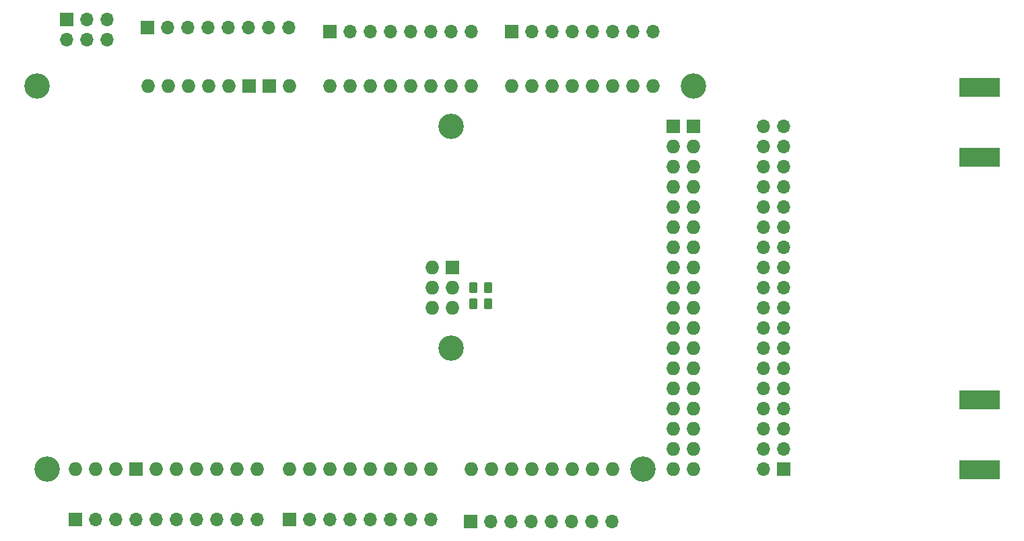
<source format=gbs>
%TF.GenerationSoftware,KiCad,Pcbnew,(6.0.10)*%
%TF.CreationDate,2025-05-13T20:49:54+02:00*%
%TF.ProjectId,Progetto Lidar,50726f67-6574-4746-9f20-4c696461722e,rev?*%
%TF.SameCoordinates,Original*%
%TF.FileFunction,Soldermask,Bot*%
%TF.FilePolarity,Negative*%
%FSLAX46Y46*%
G04 Gerber Fmt 4.6, Leading zero omitted, Abs format (unit mm)*
G04 Created by KiCad (PCBNEW (6.0.10)) date 2025-05-13 20:49:54*
%MOMM*%
%LPD*%
G01*
G04 APERTURE LIST*
G04 Aperture macros list*
%AMRoundRect*
0 Rectangle with rounded corners*
0 $1 Rounding radius*
0 $2 $3 $4 $5 $6 $7 $8 $9 X,Y pos of 4 corners*
0 Add a 4 corners polygon primitive as box body*
4,1,4,$2,$3,$4,$5,$6,$7,$8,$9,$2,$3,0*
0 Add four circle primitives for the rounded corners*
1,1,$1+$1,$2,$3*
1,1,$1+$1,$4,$5*
1,1,$1+$1,$6,$7*
1,1,$1+$1,$8,$9*
0 Add four rect primitives between the rounded corners*
20,1,$1+$1,$2,$3,$4,$5,0*
20,1,$1+$1,$4,$5,$6,$7,0*
20,1,$1+$1,$6,$7,$8,$9,0*
20,1,$1+$1,$8,$9,$2,$3,0*%
G04 Aperture macros list end*
%ADD10R,5.080000X2.420000*%
%ADD11R,1.700000X1.700000*%
%ADD12O,1.700000X1.700000*%
%ADD13RoundRect,0.250000X-0.262500X-0.450000X0.262500X-0.450000X0.262500X0.450000X-0.262500X0.450000X0*%
%ADD14C,3.200000*%
%ADD15O,1.727200X1.727200*%
%ADD16R,1.727200X1.727200*%
G04 APERTURE END LIST*
D10*
%TO.C,J2*%
X206952000Y-64454000D03*
X206952000Y-73214000D03*
%TD*%
D11*
%TO.C,J10*%
X148154065Y-57372981D03*
D12*
X150694065Y-57372981D03*
X153234065Y-57372981D03*
X155774065Y-57372981D03*
X158314065Y-57372981D03*
X160854065Y-57372981D03*
X163394065Y-57372981D03*
X165934065Y-57372981D03*
%TD*%
D10*
%TO.C,J1*%
X206952000Y-103824000D03*
X206952000Y-112584000D03*
%TD*%
D11*
%TO.C,J8*%
X92217000Y-55860000D03*
D12*
X92217000Y-58400000D03*
X94757000Y-55860000D03*
X94757000Y-58400000D03*
X97297000Y-55860000D03*
X97297000Y-58400000D03*
%TD*%
D11*
%TO.C,J7*%
X102377000Y-56871000D03*
D12*
X104917000Y-56871000D03*
X107457000Y-56871000D03*
X109997000Y-56871000D03*
X112537000Y-56871000D03*
X115077000Y-56871000D03*
X117617000Y-56871000D03*
X120157000Y-56871000D03*
%TD*%
D11*
%TO.C,J5*%
X120217335Y-118864561D03*
D12*
X122757335Y-118864561D03*
X125297335Y-118864561D03*
X127837335Y-118864561D03*
X130377335Y-118864561D03*
X132917335Y-118864561D03*
X135457335Y-118864561D03*
X137997335Y-118864561D03*
%TD*%
D11*
%TO.C,J9*%
X125311958Y-57372981D03*
D12*
X127851958Y-57372981D03*
X130391958Y-57372981D03*
X132931958Y-57372981D03*
X135471958Y-57372981D03*
X138011958Y-57372981D03*
X140551958Y-57372981D03*
X143091958Y-57372981D03*
%TD*%
D11*
%TO.C,J6*%
X143017000Y-119101000D03*
D12*
X145557000Y-119101000D03*
X148097000Y-119101000D03*
X150637000Y-119101000D03*
X153177000Y-119101000D03*
X155717000Y-119101000D03*
X158257000Y-119101000D03*
X160797000Y-119101000D03*
%TD*%
D11*
%TO.C,J4*%
X93248000Y-118847000D03*
D12*
X95788000Y-118847000D03*
X98328000Y-118847000D03*
X100868000Y-118847000D03*
X103408000Y-118847000D03*
X105948000Y-118847000D03*
X108488000Y-118847000D03*
X111028000Y-118847000D03*
X113568000Y-118847000D03*
X116108000Y-118847000D03*
%TD*%
D13*
%TO.C,R8*%
X143359500Y-91694000D03*
X145184500Y-91694000D03*
%TD*%
D11*
%TO.C,J3*%
X182372000Y-112522000D03*
D12*
X179832000Y-112522000D03*
X182372000Y-109982000D03*
X179832000Y-109982000D03*
X182372000Y-107442000D03*
X179832000Y-107442000D03*
X182372000Y-104902000D03*
X179832000Y-104902000D03*
X182372000Y-102362000D03*
X179832000Y-102362000D03*
X182372000Y-99822000D03*
X179832000Y-99822000D03*
X182372000Y-97282000D03*
X179832000Y-97282000D03*
X182372000Y-94742000D03*
X179832000Y-94742000D03*
X182372000Y-92202000D03*
X179832000Y-92202000D03*
X182372000Y-89662000D03*
X179832000Y-89662000D03*
X182372000Y-87122000D03*
X179832000Y-87122000D03*
X182372000Y-84582000D03*
X179832000Y-84582000D03*
X182372000Y-82042000D03*
X179832000Y-82042000D03*
X182372000Y-79502000D03*
X179832000Y-79502000D03*
X182372000Y-76962000D03*
X179832000Y-76962000D03*
X182372000Y-74422000D03*
X179832000Y-74422000D03*
X182372000Y-71882000D03*
X179832000Y-71882000D03*
X182372000Y-69342000D03*
X179832000Y-69342000D03*
%TD*%
D13*
%TO.C,R7*%
X143359500Y-89662000D03*
X145184500Y-89662000D03*
%TD*%
D14*
%TO.C,IC_0*%
X140540000Y-69342000D03*
X171020000Y-64262000D03*
X88470000Y-64262000D03*
X140540000Y-97282000D03*
X89740000Y-112522000D03*
D15*
X102440000Y-64262000D03*
D14*
X164670000Y-112522000D03*
D15*
X110060000Y-64262000D03*
X112600000Y-64262000D03*
X140667000Y-92202000D03*
X168480000Y-112522000D03*
X171020000Y-112522000D03*
X125300000Y-64262000D03*
X127840000Y-64262000D03*
X130380000Y-64262000D03*
X132920000Y-64262000D03*
X135460000Y-64262000D03*
X138000000Y-64262000D03*
X140540000Y-64262000D03*
X143080000Y-64262000D03*
X148160000Y-64262000D03*
X150700000Y-64262000D03*
X153240000Y-64262000D03*
X155780000Y-64262000D03*
X98376000Y-112522000D03*
X163400000Y-64262000D03*
X165940000Y-64262000D03*
X138000000Y-112522000D03*
X135460000Y-112522000D03*
X132920000Y-112522000D03*
X130380000Y-112522000D03*
X127840000Y-112522000D03*
X125300000Y-112522000D03*
X122760000Y-112522000D03*
X120220000Y-112522000D03*
X116156000Y-112522000D03*
X113616000Y-112522000D03*
X111076000Y-112522000D03*
X108536000Y-112522000D03*
X105996000Y-112522000D03*
X103456000Y-112522000D03*
X143080000Y-112522000D03*
X145620000Y-112522000D03*
X148160000Y-112522000D03*
X150700000Y-112522000D03*
X153240000Y-112522000D03*
X155780000Y-112522000D03*
X158320000Y-112522000D03*
X160860000Y-112522000D03*
X168480000Y-109982000D03*
X171020000Y-109982000D03*
X168480000Y-107442000D03*
X171020000Y-107442000D03*
X168480000Y-104902000D03*
X171020000Y-104902000D03*
X168480000Y-102362000D03*
X171020000Y-102362000D03*
X168480000Y-99822000D03*
X171020000Y-99822000D03*
X168480000Y-97282000D03*
X171020000Y-97282000D03*
X168480000Y-94742000D03*
X171020000Y-94742000D03*
X168480000Y-92202000D03*
X171020000Y-92202000D03*
X168480000Y-89662000D03*
X171020000Y-89662000D03*
X168480000Y-87122000D03*
X171020000Y-87122000D03*
X168480000Y-84582000D03*
X171020000Y-84582000D03*
X168480000Y-82042000D03*
X171020000Y-82042000D03*
X168480000Y-79502000D03*
X171020000Y-79502000D03*
X168480000Y-76962000D03*
X171020000Y-76962000D03*
X168480000Y-74422000D03*
X171020000Y-74422000D03*
X168480000Y-71882000D03*
X171020000Y-71882000D03*
X158320000Y-64262000D03*
X160860000Y-64262000D03*
D16*
X100916000Y-112522000D03*
X115140000Y-64262000D03*
X117680000Y-64262000D03*
X140667000Y-87122000D03*
X168480000Y-69342000D03*
X171020000Y-69342000D03*
D15*
X104980000Y-64262000D03*
X138127000Y-92202000D03*
X140667000Y-89662000D03*
X107520000Y-64262000D03*
X138127000Y-87122000D03*
X138127000Y-89662000D03*
X93296000Y-112522000D03*
X95836000Y-112522000D03*
X120220000Y-64262000D03*
%TD*%
M02*

</source>
